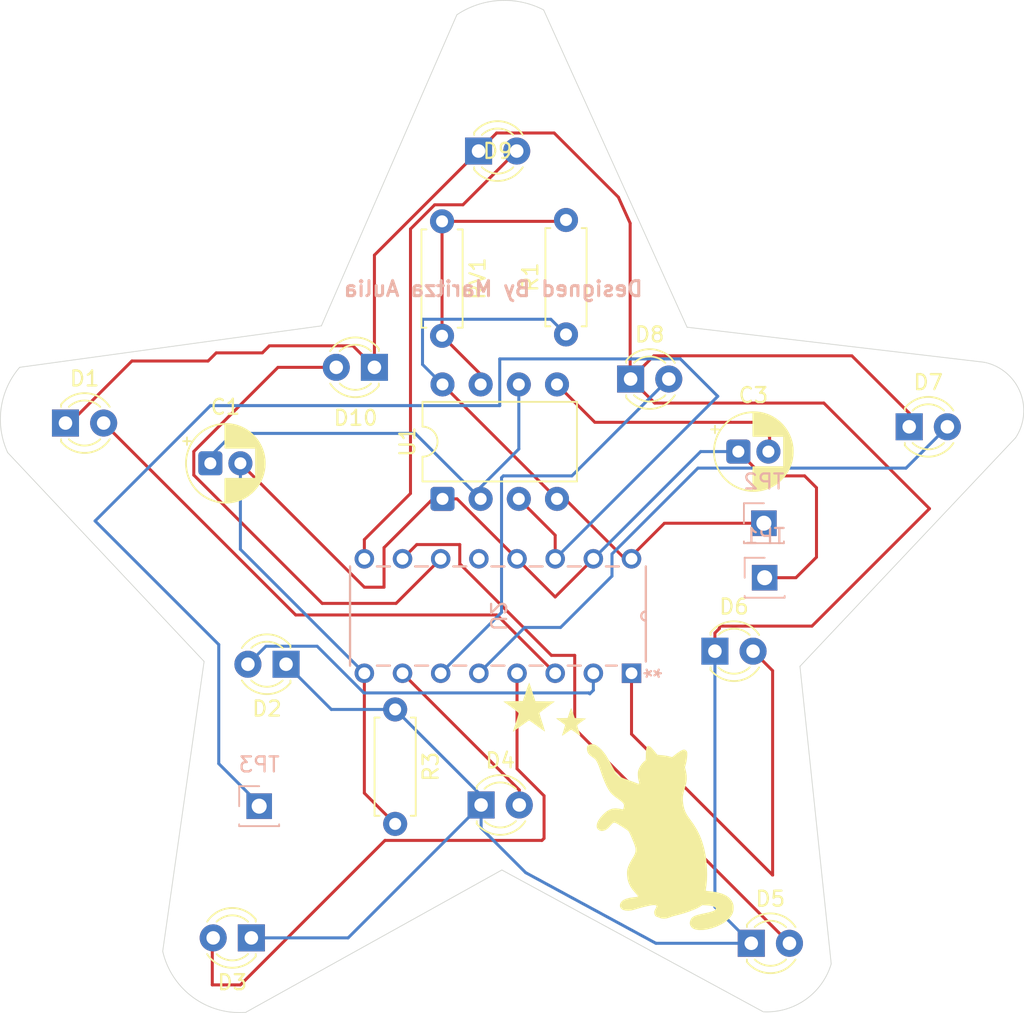
<source format=kicad_pcb>
(kicad_pcb (version 20241229) (generator "pcbnew") (generator_version "9.0")
  (layers (0 "F.Cu" signal) (2 "B.Cu" signal) (13 "F.Paste" user) (15 "B.Paste" user) (5 "F.SilkS" user "F.Silkscreen") (7 "B.SilkS" user "B.Silkscreen") (1 "F.Mask" user) (3 "B.Mask" user) (25 "Edge.Cuts" user))
  (net 0 "")
  (net 1 "GND")
  (net 2 "TR")
  (net 3 "Net-(U1-CV)")
  (net 4 "Net-(D1-K)")
  (net 5 "Net-(D1-A)")
  (net 6 "Net-(D2-A)")
  (net 7 "Net-(D3-A)")
  (net 8 "Net-(D4-A)")
  (net 9 "Net-(D5-A)")
  (net 10 "Net-(D6-A)")
  (net 11 "Net-(D7-A)")
  (net 12 "Net-(D8-A)")
  (net 13 "Net-(D9-A)")
  (net 14 "Net-(D10-A)")
  (net 15 "+5V")
  (net 16 "Net-(U1-DIS)")
  (net 17 "OUT")
  (footprint "LED_THT:LED_D3.0mm" (layer "F.Cu") (at 162.45 68.19)
    (property "Reference" "D8" (at 1.27 -2.96 0) (layer "F.SilkS"))
    (property "Value" "LED")
    (pad "1" thru_hole rect (at 0 0) (size 1.8 1.8) (drill 0.9) (layers "*.Cu" "*.Mask") (net 4 "Net-(D1-K)"))
    (pad "2" thru_hole circle (at 2.54 0) (size 1.8 1.8) (drill 0.9) (layers "*.Cu" "*.Mask") (net 12 "Net-(D8-A)"))
  )
  (footprint "LED_THT:LED_D3.0mm" (layer "F.Cu") (at 168.06 86.31)
    (property "Reference" "D6" (at 1.27 -2.96 0) (layer "F.SilkS"))
    (property "Value" "LED")
    (pad "1" thru_hole rect (at 0 0) (size 1.8 1.8) (drill 0.9) (layers "*.Cu" "*.Mask") (net 4 "Net-(D1-K)"))
    (pad "2" thru_hole circle (at 2.54 0) (size 1.8 1.8) (drill 0.9) (layers "*.Cu" "*.Mask") (net 10 "Net-(D6-A)"))
  )
  (footprint "MountingHole:MountingHole_3.5mm" (layer "F.Cu") (at 153.85 46.99)
    (property "Reference" "REF**" (hide yes))
    (property "Value" "MountingHole_3.5mm" (hide yes))
    (pad "" np_thru_hole circle (at 0 0) (size 3.5 3.5) (drill 3.5) (layers "*.Cu" "*.Mask"))
  )
  (footprint "Resistor_THT:R_Axial_DIN0207_L6.3mm_D2.5mm_P7.62mm_Horizontal" (layer "F.Cu") (at 149.9 57.69 -90)
    (property "Reference" "RV1" (at 3.81 -2.37 90) (layer "F.SilkS"))
    (property "Value" "50k")
    (pad "1" thru_hole circle (at 0 0 270) (size 1.6 1.6) (drill 0.8) (layers "*.Cu" "*.Mask") (net 16 "Net-(U1-DIS)"))
    (pad "2" thru_hole circle (at 7.62 0 270) (size 1.6 1.6) (drill 0.8) (layers "*.Cu" "*.Mask") (net 16 "Net-(U1-DIS)"))
  )
  (footprint "LED_THT:LED_D3.0mm" (layer "F.Cu") (at 124.84 71.12)
    (property "Reference" "D1" (at 1.27 -2.96 0) (layer "F.SilkS"))
    (property "Value" "LED")
    (pad "1" thru_hole rect (at 0 0) (size 1.8 1.8) (drill 0.9) (layers "*.Cu" "*.Mask") (net 4 "Net-(D1-K)"))
    (pad "2" thru_hole circle (at 2.54 0) (size 1.8 1.8) (drill 0.9) (layers "*.Cu" "*.Mask") (net 5 "Net-(D1-A)"))
  )
  (footprint "Resistor_THT:R_Axial_DIN0207_L6.3mm_D2.5mm_P7.62mm_Horizontal" (layer "F.Cu") (at 146.78 90.19 -90)
    (property "Reference" "R3" (at 3.81 -2.37 90) (layer "F.SilkS"))
    (property "Value" "470")
    (pad "1" thru_hole circle (at 0 0 270) (size 1.6 1.6) (drill 0.8) (layers "*.Cu" "*.Mask") (net 4 "Net-(D1-K)"))
    (pad "2" thru_hole circle (at 7.62 0 270) (size 1.6 1.6) (drill 0.8) (layers "*.Cu" "*.Mask") (net 1 "GND"))
  )
  (footprint "LED_THT:LED_D3.0mm" (layer "F.Cu") (at 145.4 67.41 180)
    (property "Reference" "D10" (at 1.25 -3.37 0) (layer "F.SilkS"))
    (property "Value" "LED")
    (pad "1" thru_hole rect (at 0 0 180) (size 1.8 1.8) (drill 0.9) (layers "*.Cu" "*.Mask") (net 4 "Net-(D1-K)"))
    (pad "2" thru_hole circle (at 2.54 0 180) (size 1.8 1.8) (drill 0.9) (layers "*.Cu" "*.Mask") (net 14 "Net-(D10-A)"))
  )
  (footprint "LED_THT:LED_D3.0mm" (layer "F.Cu") (at 137.21 105.4 180)
    (property "Reference" "D3" (at 1.27 -2.96 0) (layer "F.SilkS"))
    (property "Value" "LED")
    (pad "1" thru_hole rect (at 0 0 180) (size 1.8 1.8) (drill 0.9) (layers "*.Cu" "*.Mask") (net 4 "Net-(D1-K)"))
    (pad "2" thru_hole circle (at 2.54 0 180) (size 1.8 1.8) (drill 0.9) (layers "*.Cu" "*.Mask") (net 7 "Net-(D3-A)"))
  )
  (footprint "Resistor_THT:R_Axial_DIN0207_L6.3mm_D2.5mm_P7.62mm_Horizontal" (layer "F.Cu") (at 158.15 65.22 90)
    (property "Reference" "R1" (at 3.81 -2.37 90) (layer "F.SilkS"))
    (property "Value" "1k")
    (pad "1" thru_hole circle (at 0 0 90) (size 1.6 1.6) (drill 0.8) (layers "*.Cu" "*.Mask") (net 15 "+5V"))
    (pad "2" thru_hole circle (at 7.62 0 90) (size 1.6 1.6) (drill 0.8) (layers "*.Cu" "*.Mask") (net 16 "Net-(U1-DIS)"))
  )
  (footprint "LED_THT:LED_D3.0mm" (layer "F.Cu") (at 152.33 53.01)
    (property "Reference" "D9" (at 1.27 0 0) (layer "F.SilkS"))
    (property "Value" "LED")
    (pad "1" thru_hole rect (at 0 0) (size 1.8 1.8) (drill 0.9) (layers "*.Cu" "*.Mask") (net 4 "Net-(D1-K)"))
    (pad "2" thru_hole circle (at 2.54 0) (size 1.8 1.8) (drill 0.9) (layers "*.Cu" "*.Mask") (net 13 "Net-(D9-A)"))
  )
  (footprint "Capacitor_THT:CP_Radial_D5.0mm_P2.00mm" (layer "F.Cu") (at 169.62 73.02)
    (property "Reference" "C3" (at 1 -3.75 0) (layer "F.SilkS"))
    (property "Value" "0.01 uF")
    (pad "1" thru_hole roundrect (at 0 0) (size 1.6 1.6) (drill 0.8) (layers "*.Cu" "*.Mask") (roundrect_rratio 0.15625) (net 1 "GND"))
    (pad "2" thru_hole circle (at 2 0) (size 1.6 1.6) (drill 0.8) (layers "*.Cu" "*.Mask") (net 3 "Net-(U1-CV)"))
  )
  (footprint "Capacitor_THT:CP_Radial_D5.0mm_P2.00mm" (layer "F.Cu") (at 134.48 73.8)
    (property "Reference" "C1" (at 1 -3.75 0) (layer "F.SilkS"))
    (property "Value" "1 uF")
    (pad "1" thru_hole roundrect (at 0 0) (size 1.6 1.6) (drill 0.8) (layers "*.Cu" "*.Mask") (roundrect_rratio 0.15625) (net 2 "TR"))
    (pad "2" thru_hole circle (at 2 0) (size 1.6 1.6) (drill 0.8) (layers "*.Cu" "*.Mask") (net 1 "GND"))
  )
  (footprint "LED_THT:LED_D3.0mm" (layer "F.Cu") (at 170.48 105.76)
    (property "Reference" "D5" (at 1.27 -2.96 0) (layer "F.SilkS"))
    (property "Value" "LED")
    (pad "1" thru_hole rect (at 0 0) (size 1.8 1.8) (drill 0.9) (layers "*.Cu" "*.Mask") (net 4 "Net-(D1-K)"))
    (pad "2" thru_hole circle (at 2.54 0) (size 1.8 1.8) (drill 0.9) (layers "*.Cu" "*.Mask") (net 9 "Net-(D5-A)"))
  )
  (footprint "LED_THT:LED_D3.0mm" (layer "F.Cu") (at 139.52 87.18 180)
    (property "Reference" "D2" (at 1.27 -2.96 0) (layer "F.SilkS"))
    (property "Value" "LED")
    (pad "1" thru_hole rect (at 0 0 180) (size 1.8 1.8) (drill 0.9) (layers "*.Cu" "*.Mask") (net 4 "Net-(D1-K)"))
    (pad "2" thru_hole circle (at 2.54 0 180) (size 1.8 1.8) (drill 0.9) (layers "*.Cu" "*.Mask") (net 6 "Net-(D2-A)"))
  )
  (footprint "LED_THT:LED_D3.0mm" (layer "F.Cu") (at 152.5 96.55)
    (property "Reference" "D4" (at 1.27 -2.96 0) (layer "F.SilkS"))
    (property "Value" "LED")
    (pad "1" thru_hole rect (at 0 0) (size 1.8 1.8) (drill 0.9) (layers "*.Cu" "*.Mask") (net 4 "Net-(D1-K)"))
    (pad "2" thru_hole circle (at 2.54 0) (size 1.8 1.8) (drill 0.9) (layers "*.Cu" "*.Mask") (net 8 "Net-(D4-A)"))
  )
  (footprint "Package_DIP:DIP-8_W7.62mm" (layer "F.Cu") (at 149.93 76.17 90)
    (property "Reference" "U1" (at 3.81 -2.33 90) (layer "F.SilkS"))
    (property "Value" "NE555P")
    (pad "1" thru_hole roundrect (at 0 0 90) (size 1.6 1.6) (drill 0.8) (layers "*.Cu" "*.Mask") (roundrect_rratio 0.15625) (net 1 "GND"))
    (pad "2" thru_hole circle (at 0 2.54 90) (size 1.6 1.6) (drill 0.8) (layers "*.Cu" "*.Mask") (net 2 "TR"))
    (pad "3" thru_hole circle (at 0 5.08 90) (size 1.6 1.6) (drill 0.8) (layers "*.Cu" "*.Mask") (net 17 "OUT"))
    (pad "4" thru_hole circle (at 0 7.62 90) (size 1.6 1.6) (drill 0.8) (layers "*.Cu" "*.Mask") (net 15 "+5V"))
    (pad "5" thru_hole circle (at 7.62 7.62 90) (size 1.6 1.6) (drill 0.8) (layers "*.Cu" "*.Mask") (net 3 "Net-(U1-CV)"))
    (pad "6" thru_hole circle (at 7.62 5.08 90) (size 1.6 1.6) (drill 0.8) (layers "*.Cu" "*.Mask") (net 2 "TR"))
    (pad "7" thru_hole circle (at 7.62 2.54 90) (size 1.6 1.6) (drill 0.8) (layers "*.Cu" "*.Mask") (net 16 "Net-(U1-DIS)"))
    (pad "8" thru_hole circle (at 7.62 0 90) (size 1.6 1.6) (drill 0.8) (layers "*.Cu" "*.Mask") (net 15 "+5V"))
  )
  (footprint "Picture:CatAndStarFF" (layer "F.Cu") (at 161.715438 96.266738)
    (property "Reference" "Cat" (hide yes))
    (property "Value" "LOGO" (hide yes))
  )
  (footprint "LED_THT:LED_D3.0mm" (layer "F.Cu") (at 180.99 71.37)
    (property "Reference" "D7" (at 1.27 -2.96 0) (layer "F.SilkS"))
    (property "Value" "LED")
    (pad "1" thru_hole rect (at 0 0) (size 1.8 1.8) (drill 0.9) (layers "*.Cu" "*.Mask") (net 4 "Net-(D1-K)"))
    (pad "2" thru_hole circle (at 2.54 0) (size 1.8 1.8) (drill 0.9) (layers "*.Cu" "*.Mask") (net 11 "Net-(D7-A)"))
  )
  (footprint "Connector_PinSocket_2.54mm:PinSocket_1x01_P2.54mm_Vertical" (layer "B.Cu") (at 171.37 81.42 180)
    (property "Reference" "TP1" (at 0 2.77 0) (layer "B.SilkS") (effects (justify mirror)))
    (property "Value" "TestPoint")
    (pad "1" thru_hole rect (at 0 0 180) (size 1.7 1.7) (drill 1) (layers "*.Cu" "*.Mask") (net 1 "GND"))
  )
  (footprint "Connector_PinSocket_2.54mm:PinSocket_1x01_P2.54mm_Vertical" (layer "B.Cu") (at 171.32 77.79 180)
    (property "Reference" "TP2" (at 0 2.77 0) (layer "B.SilkS") (effects (justify mirror)))
    (property "Value" "TestPoint")
    (pad "1" thru_hole rect (at 0 0 180) (size 1.7 1.7) (drill 1) (layers "*.Cu" "*.Mask") (net 15 "+5V"))
  )
  (footprint "footprints:N16" (layer "B.Cu") (at 144.73 80.16 90)
    (property "Reference" "U2" (at -3.81 8.89 270) (layer "B.SilkS") (effects (justify mirror)))
    (property "Value" "4017")
    (fp_text user "*" (at -7.62 19.1897 270) (layer "B.SilkS") (effects (justify mirror)))
    (fp_text user "*" (at -7.62 19.1897 90) (layer "B.SilkS") (effects (justify mirror)))
    (pad "1" thru_hole rect (at -7.62 17.78 90) (size 1.2954 1.2954) (drill 0.7874) (layers "*.Cu" "*.Mask") (net 10 "Net-(D6-A)"))
    (pad "2" thru_hole circle (at -7.62 15.24 90) (size 1.2954 1.2954) (drill 0.7874) (layers "*.Cu" "*.Mask") (net 6 "Net-(D2-A)"))
    (pad "3" thru_hole circle (at -7.62 12.7 90) (size 1.2954 1.2954) (drill 0.7874) (layers "*.Cu" "*.Mask") (net 5 "Net-(D1-A)"))
    (pad "4" thru_hole circle (at -7.62 10.16 90) (size 1.2954 1.2954) (drill 0.7874) (layers "*.Cu" "*.Mask") (net 7 "Net-(D3-A)"))
    (pad "5" thru_hole circle (at -7.62 7.62 90) (size 1.2954 1.2954) (drill 0.7874) (layers "*.Cu" "*.Mask") (net 11 "Net-(D7-A)"))
    (pad "6" thru_hole circle (at -7.62 5.08 90) (size 1.2954 1.2954) (drill 0.7874) (layers "*.Cu" "*.Mask") (net 12 "Net-(D8-A)"))
    (pad "7" thru_hole circle (at -7.62 2.54 90) (size 1.2954 1.2954) (drill 0.7874) (layers "*.Cu" "*.Mask") (net 8 "Net-(D4-A)"))
    (pad "8" thru_hole circle (at -7.62 0 90) (size 1.2954 1.2954) (drill 0.7874) (layers "*.Cu" "*.Mask") (net 1 "GND"))
    (pad "9" thru_hole circle (at 0 0 90) (size 1.2954 1.2954) (drill 0.7874) (layers "*.Cu" "*.Mask") (net 13 "Net-(D9-A)"))
    (pad "10" thru_hole circle (at 0 2.54 90) (size 1.2954 1.2954) (drill 0.7874) (layers "*.Cu" "*.Mask") (net 9 "Net-(D5-A)"))
    (pad "11" thru_hole circle (at 0 5.08 90) (size 1.2954 1.2954) (drill 0.7874) (layers "*.Cu" "*.Mask") (net 14 "Net-(D10-A)"))
    (pad "12" thru_hole circle (at 0 7.62 90) (size 1.2954 1.2954) (drill 0.7874) (layers "*.Cu" "*.Mask"))
    (pad "13" thru_hole circle (at 0 10.16 90) (size 1.2954 1.2954) (drill 0.7874) (layers "*.Cu" "*.Mask") (net 1 "GND"))
    (pad "14" thru_hole circle (at 0 12.7 90) (size 1.2954 1.2954) (drill 0.7874) (layers "*.Cu" "*.Mask") (net 17 "OUT"))
    (pad "15" thru_hole circle (at 0 15.24 90) (size 1.2954 1.2954) (drill 0.7874) (layers "*.Cu" "*.Mask") (net 1 "GND"))
    (pad "16" thru_hole circle (at 0 17.78 90) (size 1.2954 1.2954) (drill 0.7874) (layers "*.Cu" "*.Mask") (net 15 "+5V"))
  )
  (footprint "Connector_PinSocket_2.54mm:PinSocket_1x01_P2.54mm_Vertical" (layer "B.Cu") (at 137.73 96.63 180)
    (property "Reference" "TP3" (at 0 2.77 0) (layer "B.SilkS") (effects (justify mirror)))
    (property "Value" "TestPoint")
    (pad "1" thru_hole rect (at 0 0 180) (size 1.7 1.7) (drill 1) (layers "*.Cu" "*.Mask") (net 17 "OUT"))
  )
  (gr_arc (start 150.886521 43.93572) (mid 153.729646 42.986241) (end 156.660905 43.612814) (stroke (width 0.05)) (layer "Edge.Cuts"))
  (gr_line (start 173.72 87.32) (end 188.070766 72.101339) (stroke (width 0.05)) (layer "Edge.Cuts"))
  (gr_line (start 121.79 67.41) (end 141.87 64.65) (stroke (width 0.05)) (layer "Edge.Cuts"))
  (gr_arc (start 175.800033 107.127974) (mid 174.09 109.51) (end 171.271504 110.318915) (stroke (width 0.05)) (layer "Edge.Cuts"))
  (gr_line (start 153.88 100.88) (end 171.271404 110.318915) (stroke (width 0.05)) (layer "Edge.Cuts"))
  (gr_line (start 173.72 87.32) (end 175.800033 107.127971) (stroke (width 0.05)) (layer "Edge.Cuts"))
  (gr_line (start 134.065 86.995) (end 131.309855 106.288634) (stroke (width 0.05)) (layer "Edge.Cuts"))
  (gr_line (start 141.87 64.65) (end 150.886521 43.93572) (stroke (width 0.05)) (layer "Edge.Cuts"))
  (gr_line (start 166.207265 64.739715) (end 185.975694 67.072485) (stroke (width 0.05)) (layer "Edge.Cuts"))
  (gr_arc (start 185.975696 67.072485) (mid 188.36 69.03) (end 188.070772 72.101339) (stroke (width 0.05)) (layer "Edge.Cuts"))
  (gr_arc (start 120.992453 73.086165) (mid 120.558245 70.131042) (end 121.79 67.41) (stroke (width 0.05)) (layer "Edge.Cuts"))
  (gr_arc (start 136.83 110.36) (mid 133.31394 109.349319) (end 131.309855 106.288634) (stroke (width 0.05)) (layer "Edge.Cuts"))
  (gr_line (start 136.829997 110.36) (end 153.88 100.88) (stroke (width 0.05)) (layer "Edge.Cuts"))
  (gr_line (start 156.660909 43.612814) (end 166.207265 64.739715) (stroke (width 0.05)) (layer "Edge.Cuts"))
  (gr_line (start 120.992454 73.086165) (end 134.065 86.995) (stroke (width 0.05)) (layer "Edge.Cuts"))
  (gr_text "Designed By Maritza Aulia" (at 163.36 62.77 -0) (layer "B.SilkS") (effects (font (size 1 1) (thickness 0.2) (bold yes)) (justify left bottom mirror)))
  (segment (start 174.82 75.43) (end 174.82 80.05) (width 0.2) (layer "F.Cu") (net 1))
  (segment (start 157.43 82.7) (end 159.97 80.16) (width 0.2) (layer "F.Cu") (net 1))
  (segment (start 149.2871 76.17) (end 146.04 79.4171) (width 0.2) (layer "F.Cu") (net 1))
  (segment (start 144.73 82.05) (end 136.48 73.8) (width 0.2) (layer "F.Cu") (net 1))
  (segment (start 149.93 76.17) (end 150.9 76.17) (width 0.2) (layer "F.Cu") (net 1))
  (segment (start 154.89 80.16) (end 157.43 82.7) (width 0.2) (layer "F.Cu") (net 1))
  (segment (start 146.04 82.05) (end 144.73 82.05) (width 0.2) (layer "F.Cu") (net 1))
  (segment (start 173.45 81.42) (end 171.37 81.42) (width 0.2) (layer "F.Cu") (net 1))
  (segment (start 174.82 80.05) (end 173.45 81.42) (width 0.2) (layer "F.Cu") (net 1))
  (segment (start 144.73 87.78) (end 144.73 95.76) (width 0.2) (layer "F.Cu") (net 1))
  (segment (start 149.93 76.17) (end 149.2871 76.17) (width 0.2) (layer "F.Cu") (net 1))
  (segment (start 174.03 74.64) (end 174.82 75.43) (width 0.2) (layer "F.Cu") (net 1))
  (segment (start 144.73 95.76) (end 146.78 97.81) (width 0.2) (layer "F.Cu") (net 1))
  (segment (start 171.24 74.64) (end 174.03 74.64) (width 0.2) (layer "F.Cu") (net 1))
  (segment (start 169.62 73.13) (end 169.62 73.02) (width 0.2) (layer "F.Cu") (net 1))
  (segment (start 146.04 79.4171) (end 146.04 82.05) (width 0.2) (layer "F.Cu") (net 1))
  (segment (start 150.9 76.17) (end 154.89 80.16) (width 0.2) (layer "F.Cu") (net 1))
  (segment (start 169.62 73.02) (end 171.24 74.64) (width 0.2) (layer "F.Cu") (net 1))
  (segment (start 159.97 80.16) (end 167.11 73.02) (width 0.2) (layer "B.Cu") (net 1))
  (segment (start 144.73 87.78) (end 136.48 79.53) (width 0.2) (layer "B.Cu") (net 1))
  (segment (start 167.11 73.02) (end 169.62 73.02) (width 0.2) (layer "B.Cu") (net 1))
  (segment (start 136.48 79.53) (end 136.48 73.8) (width 0.2) (layer "B.Cu") (net 1))
  (segment (start 134.48 73.33) (end 134.48 73.8) (width 0.2) (layer "B.Cu") (net 2))
  (segment (start 152.47 75.39) (end 152.47 76.17) (width 0.2) (layer "B.Cu") (net 2))
  (segment (start 155.01 72.85) (end 152.47 75.39) (width 0.2) (layer "B.Cu") (net 2))
  (segment (start 155.01 68.55) (end 155.01 72.85) (width 0.2) (layer "B.Cu") (net 2))
  (segment (start 136 71.81) (end 134.48 73.33) (width 0.2) (layer "B.Cu") (net 2))
  (segment (start 152.47 76.17) (end 148.11 71.81) (width 0.2) (layer "B.Cu") (net 2))
  (segment (start 148.11 71.81) (end 136 71.81) (width 0.2) (layer "B.Cu") (net 2))
  (segment (start 171.7 72.03) (end 171.7 72.94) (width 0.2) (layer "F.Cu") (net 3))
  (segment (start 170.74 71.07) (end 171.7 72.03) (width 0.2) (layer "F.Cu") (net 3))
  (segment (start 157.55 68.55) (end 160.07 71.07) (width 0.2) (layer "F.Cu") (net 3))
  (segment (start 171.7 72.94) (end 171.62 73.02) (width 0.2) (layer "F.Cu") (net 3))
  (segment (start 160.07 71.07) (end 170.74 71.07) (width 0.2) (layer "F.Cu") (net 3))
  (segment (start 143.97 65.98) (end 138.41 65.98) (width 0.2) (layer "F.Cu") (net 4))
  (segment (start 162.42 68.16) (end 162.42 57.817719) (width 0.2) (layer "F.Cu") (net 4))
  (segment (start 134.87 66.45) (end 134.33 66.99) (width 0.2) (layer "F.Cu") (net 4))
  (segment (start 145.36 67.45) (end 145.4 67.41) (width 0.2) (layer "F.Cu") (net 4))
  (segment (start 145.4 67.41) (end 143.97 65.98) (width 0.2) (layer "F.Cu") (net 4))
  (segment (start 153.531 51.809) (end 152.33 53.01) (width 0.2) (layer "F.Cu") (net 4))
  (segment (start 124.84 71.12) (end 125.36 71.12) (width 0.2) (layer "F.Cu") (net 4))
  (segment (start 177.175035 66.645035) (end 180.99 70.46) (width 0.2) (layer "F.Cu") (net 4))
  (segment (start 182.34 76.82) (end 174.52 84.64) (width 0.2) (layer "F.Cu") (net 4))
  (segment (start 157.362863 51.809) (end 153.531 51.809) (width 0.2) (layer "F.Cu") (net 4))
  (segment (start 145.4 59.94) (end 145.4 67.41) (width 0.2) (layer "F.Cu") (net 4))
  (segment (start 162.42 57.817719) (end 161.635569 56.081706) (width 0.2) (layer "F.Cu") (net 4))
  (segment (start 175.31 69.79) (end 182.34 76.82) (width 0.2) (layer "F.Cu") (net 4))
  (segment (start 162.45 68.19) (end 163.994965 66.645035) (width 0.2) (layer "F.Cu") (net 4))
  (segment (start 125.129255 71.12) (end 124.84 71.12) (width 0.2) (layer "F.Cu") (net 4))
  (segment (start 174.52 84.64) (end 168.36 84.64) (width 0.2) (layer "F.Cu") (net 4))
  (segment (start 164.05 69.79) (end 175.31 69.79) (width 0.2) (layer "F.Cu") (net 4))
  (segment (start 168.36 84.8) (end 168.06 85.1) (width 0.2) (layer "F.Cu") (net 4))
  (segment (start 161.635569 56.081706) (end 157.362863 51.809) (width 0.2) (layer "F.Cu") (net 4))
  (segment (start 168.36 84.64) (end 168.36 84.8) (width 0.2) (layer "F.Cu") (net 4))
  (segment (start 138.41 65.98) (end 137.94 66.45) (width 0.2) (layer "F.Cu") (net 4))
  (segment (start 163.994965 66.645035) (end 177.175035 66.645035) (width 0.2) (layer "F.Cu") (net 4))
  (segment (start 168.06 85.1) (end 168.06 86.31) (width 0.2) (layer "F.Cu") (net 4))
  (segment (start 152.33 53.01) (end 145.4 59.94) (width 0.2) (layer "F.Cu") (net 4))
  (segment (start 180.99 70.46) (end 180.99 71.37) (width 0.2) (layer "F.Cu") (net 4))
  (segment (start 134.33 66.99) (end 129.259255 66.99) (width 0.2) (layer "F.Cu") (net 4))
  (segment (start 145.33 67.45) (end 145.36 67.45) (width 0.2) (layer "F.Cu") (net 4))
  (segment (start 137.94 66.45) (end 134.87 66.45) (width 0.2) (layer "F.Cu") (net 4))
  (segment (start 162.45 68.19) (end 164.05 69.79) (width 0.2) (layer "F.Cu") (net 4))
  (segment (start 129.259255 66.99) (end 125.129255 71.12) (width 0.2) (layer "F.Cu") (net 4))
  (segment (start 162.45 68.19) (end 162.42 68.16) (width 0.2) (layer "F.Cu") (net 4))
  (segment (start 143.65 105.4) (end 152.5 96.55) (width 0.2) (layer "B.Cu") (net 4))
  (segment (start 146.78 90.19) (end 142.53 90.19) (width 0.2) (layer "B.Cu") (net 4))
  (segment (start 170.48 105.76) (end 164.13144 105.76) (width 0.2) (layer "B.Cu") (net 4))
  (segment (start 142.53 90.19) (end 139.52 87.18) (width 0.2) (layer "B.Cu") (net 4))
  (segment (start 164.13144 105.76) (end 155.467126 101.057578) (width 0.2) (layer "B.Cu") (net 4))
  (segment (start 152.5 95.91) (end 146.78 90.19) (width 0.2) (layer "B.Cu") (net 4))
  (segment (start 168.06 103.34) (end 170.48 105.76) (width 0.2) (layer "B.Cu") (net 4))
  (segment (start 152.5 96.55) (end 152.5 95.91) (width 0.2) (layer "B.Cu") (net 4))
  (segment (start 168.06 86.31) (end 168.06 103.34) (width 0.2) (layer "B.Cu") (net 4))
  (segment (start 152.5 98.090452) (end 152.5 96.55) (width 0.2) (layer "B.Cu") (net 4))
  (segment (start 155.467126 101.057578) (end 152.5 98.090452) (width 0.2) (layer "B.Cu") (net 4))
  (segment (start 161.67 67.41) (end 162.45 68.19) (width 0.2) (layer "B.Cu") (net 4))
  (segment (start 137.21 105.4) (end 143.65 105.4) (width 0.2) (layer "B.Cu") (net 4))
  (segment (start 127.38 71.12) (end 140.16 83.9) (width 0.2) (layer "F.Cu") (net 5))
  (segment (start 153.55 83.9) (end 157.43 87.78) (width 0.2) (layer "F.Cu") (net 5))
  (segment (start 140.16 83.9) (end 153.55 83.9) (width 0.2) (layer "F.Cu") (net 5))
  (segment (start 141.587335 85.979) (end 144.697335 89.089) (width 0.2) (layer "B.Cu") (net 6))
  (segment (start 159.73 89.15) (end 159.97 88.91) (width 0.2) (layer "B.Cu") (net 6))
  (segment (start 159.669 89.089) (end 159.73 89.15) (width 0.2) (layer "B.Cu") (net 6))
  (segment (start 159.97 88.91) (end 159.97 87.78) (width 0.2) (layer "B.Cu") (net 6))
  (segment (start 138.181 85.979) (end 141.587335 85.979) (width 0.2) (layer "B.Cu") (net 6))
  (segment (start 136.98 87.18) (end 138.181 85.979) (width 0.2) (layer "B.Cu") (net 6))
  (segment (start 144.697335 89.089) (end 159.669 89.089) (width 0.2) (layer "B.Cu") (net 6))
  (segment (start 136.482 108.53) (end 134.61 108.53) (width 0.2) (layer "F.Cu") (net 7))
  (segment (start 146.101 98.911) (end 136.482 108.53) (width 0.2) (layer "F.Cu") (net 7))
  (segment (start 154.89 87.78) (end 154.89 94.14) (width 0.2) (layer "F.Cu") (net 7))
  (segment (start 156.69 95.94) (end 156.69 98.77) (width 0.2) (layer "F.Cu") (net 7))
  (segment (start 156.549 98.911) (end 146.101 98.911) (width 0.2) (layer "F.Cu") (net 7))
  (segment (start 134.61 108.53) (end 134.61 105.46) (width 0.2) (layer "F.Cu") (net 7))
  (segment (start 156.69 98.77) (end 156.549 98.911) (width 0.2) (layer "F.Cu") (net 7))
  (segment (start 154.89 94.14) (end 156.69 95.94) (width 0.2) (layer "F.Cu") (net 7))
  (segment (start 134.61 105.46) (end 134.67 105.4) (width 0.2) (layer "F.Cu") (net 7))
  (segment (start 134.67 105.4) (end 134.37 105.1) (width 0.2) (layer "B.Cu") (net 7))
  (segment (start 155.04 95.55) (end 147.27 87.78) (width 0.2) (layer "F.Cu") (net 8))
  (segment (start 155.04 96.55) (end 155.04 95.55) (width 0.2) (layer "F.Cu") (net 8))
  (segment (start 151.08 80.552965) (end 151.142965 80.552965) (width 0.2) (layer "F.Cu") (net 9))
  (segment (start 158.73 86.59) (end 158.73 91.47) (width 0.2) (layer "F.Cu") (net 9))
  (segment (start 151.08 79.2113) (end 151.08 80.552965) (width 0.2) (layer "F.Cu") (net 9))
  (segment (start 148.2187 79.2113) (end 151.08 79.2113) (width 0.2) (layer "F.Cu") (net 9))
  (segment (start 147.27 80.16) (end 148.2187 79.2113) (width 0.2) (layer "F.Cu") (net 9))
  (segment (start 157.18 86.59) (end 158.73 86.59) (width 0.2) (layer "F.Cu") (net 9))
  (segment (start 158.73 91.47) (end 173.02 105.76) (width 0.2) (layer "F.Cu") (net 9))
  (segment (start 151.142965 80.552965) (end 157.18 86.59) (width 0.2) (layer "F.Cu") (net 9))
  (segment (start 162.51 87.78) (end 162.51 91.83) (width 0.2) (layer "F.Cu") (net 10))
  (segment (start 171.9 87.61) (end 170.6 86.31) (width 0.2) (layer "F.Cu") (net 10))
  (segment (start 170.3 86.61) (end 170.6 86.31) (width 0.2) (layer "F.Cu") (net 10))
  (segment (start 171.9 101.22) (end 171.9 87.61) (width 0.2) (layer "F.Cu") (net 10))
  (segment (start 170.3 86.61) (end 170.07 86.61) (width 0.2) (layer "F.Cu") (net 10))
  (segment (start 162.51 91.83) (end 171.9 101.22) (width 0.2) (layer "F.Cu") (net 10))
  (segment (start 166.929 74.121) (end 161.21 79.84) (width 0.2) (layer "B.Cu") (net 11))
  (segment (start 183.53 71.37) (end 180.779 74.121) (width 0.2) (layer "B.Cu") (net 11))
  (segment (start 161.21 79.84) (end 161.21 81.31) (width 0.2) (layer "B.Cu") (net 11))
  (segment (start 180.779 74.121) (end 166.929 74.121) (width 0.2) (layer "B.Cu") (net 11))
  (segment (start 155.4 84.73) (end 152.35 87.78) (width 0.2) (layer "B.Cu") (net 11))
  (segment (start 161.21 81.31) (end 157.79 84.73) (width 0.2) (layer "B.Cu") (net 11))
  (segment (start 157.79 84.73) (end 155.4 84.73) (width 0.2) (layer "B.Cu") (net 11))
  (segment (start 164.99 68.19) (end 165.16 68.19) (width 0.2) (layer "F.Cu") (net 12))
  (segment (start 165.16 68.19) (end 165.43 67.92) (width 0.2) (layer "F.Cu") (net 12))
  (segment (start 153.86 83.73) (end 149.81 87.78) (width 0.2) (layer "B.Cu") (net 12))
  (segment (start 164.99 68.19) (end 158.54 74.64) (width 0.2) (layer "B.Cu") (net 12))
  (segment (start 158.54 74.64) (end 153.98 74.64) (width 0.2) (layer "B.Cu") (net 12))
  (segment (start 153.86 74.76) (end 153.86 83.73) (width 0.2) (layer "B.Cu") (net 12))
  (segment (start 153.98 74.64) (end 153.86 74.76) (width 0.2) (layer "B.Cu") (net 12))
  (segment (start 151.291 56.589) (end 149.411 56.589) (width 0.2) (layer "F.Cu") (net 13))
  (segment (start 149.411 56.589) (end 147.8 58.2) (width 0.2) (layer "F.Cu") (net 13))
  (segment (start 147.8 75.81) (end 144.73 78.88) (width 0.2) (layer "F.Cu") (net 13))
  (segment (start 147.8 58.2) (end 147.8 75.81) (width 0.2) (layer "F.Cu") (net 13))
  (segment (start 144.73 78.88) (end 144.73 80.16) (width 0.2) (layer "F.Cu") (net 13))
  (segment (start 154.87 53.01) (end 151.291 56.589) (width 0.2) (layer "F.Cu") (net 13))
  (segment (start 141.92384 83.13) (end 146.84 83.13) (width 0.2) (layer "F.Cu") (net 14))
  (segment (start 138.98384 67.41) (end 133.379 73.01484) (width 0.2) (layer "F.Cu") (net 14))
  (segment (start 146.84 83.13) (end 149.81 80.16) (width 0.2) (layer "F.Cu") (net 14))
  (segment (start 133.379 73.01484) (end 133.379 74.58516) (width 0.2) (layer "F.Cu") (net 14))
  (segment (start 142.86 67.41) (end 138.98384 67.41) (width 0.2) (layer "F.Cu") (net 14))
  (segment (start 133.379 74.58516) (end 141.92384 83.13) (width 0.2) (layer "F.Cu") (net 14))
  (segment (start 162.51 80.16) (end 162.07 80.16) (width 0.2) (layer "F.Cu") (net 15))
  (segment (start 162.51 79.98) (end 164.7 77.79) (width 0.2) (layer "F.Cu") (net 15))
  (segment (start 162.07 80.16) (end 158.08 76.17) (width 0.2) (layer "F.Cu") (net 15))
  (segment (start 158.08 76.17) (end 157.55 76.17) (width 0.2) (layer "F.Cu") (net 15))
  (segment (start 162.51 80.16) (end 162.51 79.98) (width 0.2) (layer "F.Cu") (net 15))
  (segment (start 149.93 68.55) (end 157.55 76.17) (width 0.2) (layer "F.Cu") (net 15))
  (segment (start 164.7 77.79) (end 171.32 77.79) (width 0.2) (layer "F.Cu") (net 15))
  (segment (start 157.139 64.209) (end 148.6 64.209) (width 0.2) (layer "B.Cu") (net 15))
  (segment (start 158.15 65.22) (end 157.139 64.209) (width 0.2) (layer "B.Cu") (net 15))
  (segment (start 148.6 64.209) (end 148.6 67.22) (width 0.2) (layer "B.Cu") (net 15))
  (segment (start 148.6 67.22) (end 149.93 68.55) (width 0.2) (layer "B.Cu") (net 15))
  (segment (start 149.934429 58.07) (end 150.06 58.07) (width 0.2) (layer "F.Cu") (net 16))
  (segment (start 149.99 58.07) (end 149.89 57.97) (width 0.2) (layer "F.Cu") (net 16))
  (segment (start 152.47 67.88) (end 152.47 68.55) (width 0.2) (layer "F.Cu") (net 16))
  (segment (start 149.9 65.31) (end 152.47 67.88) (width 0.2) (layer "F.Cu") (net 16))
  (segment (start 150.06 58.07) (end 149.99 58.07) (width 0.2) (layer "F.Cu") (net 16))
  (segment (start 158.06 57.69) (end 158.15 57.6) (width 0.2) (layer "F.Cu") (net 16))
  (segment (start 149.9 65.31) (end 149.9 57.69) (width 0.2) (layer "F.Cu") (net 16))
  (segment (start 149.9 57.69) (end 158.06 57.69) (width 0.2) (layer "F.Cu") (net 16))
  (segment (start 157.43 78.59) (end 155.01 76.17) (width 0.2) (layer "F.Cu") (net 17))
  (segment (start 157.43 80.16) (end 157.43 78.59) (width 0.2) (layer "F.Cu") (net 17))
  (segment (start 153.74 66.85) (end 165.76 66.85) (width 0.2) (layer "B.Cu") (net 17))
  (segment (start 126.81 77.64) (end 134.49 69.96) (width 0.2) (layer "B.Cu") (net 17))
  (segment (start 137.815 96.575) (end 135.04 93.8) (width 0.2) (layer "B.Cu") (net 17))
  (segment (start 134.49 69.96) (end 153.74 69.96) (width 0.2) (layer "B.Cu") (net 17))
  (segment (start 165.76 66.85) (end 168.25 69.34) (width 0.2) (layer "B.Cu") (net 17))
  (segment (start 168.25 69.34) (end 157.43 80.16) (width 0.2) (layer "B.Cu") (net 17))
  (segment (start 135.04 85.87) (end 126.81 77.64) (width 0.2) (layer "B.Cu") (net 17))
  (segment (start 153.74 69.96) (end 153.74 66.85) (width 0.2) (layer "B.Cu") (net 17))
  (segment (start 135.04 93.8) (end 135.04 85.87) (width 0.2) (layer "B.Cu") (net 17))
)
</source>
